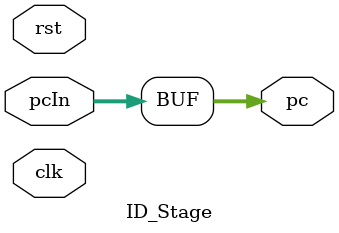
<source format=v>
module ID_Stage(
    input clk, rst,
    input [31:0] pcIn,
    output [31:0] pc
);
    assign pc = pcIn;
endmodule
</source>
